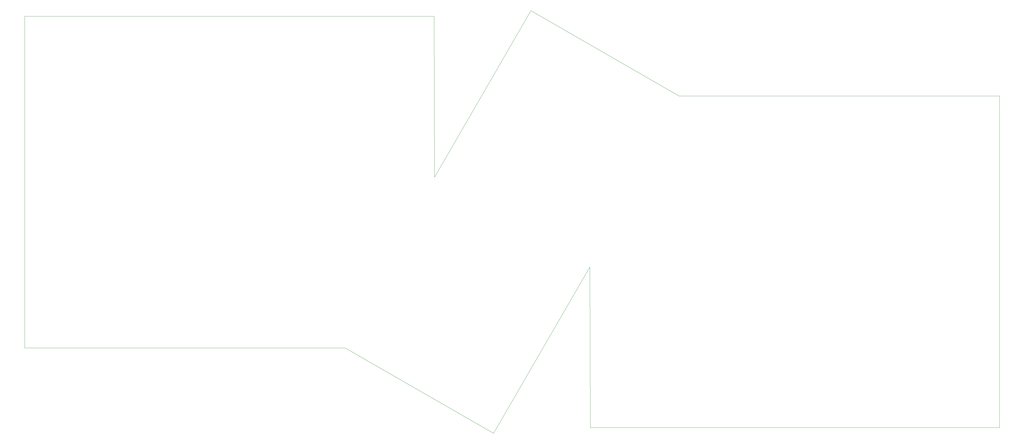
<source format=gm1>
%TF.GenerationSoftware,KiCad,Pcbnew,7.0.1*%
%TF.CreationDate,2023-09-24T18:49:58+08:00*%
%TF.ProjectId,split70kb,73706c69-7437-4306-9b62-2e6b69636164,rev?*%
%TF.SameCoordinates,Original*%
%TF.FileFunction,Profile,NP*%
%FSLAX46Y46*%
G04 Gerber Fmt 4.6, Leading zero omitted, Abs format (unit mm)*
G04 Created by KiCad (PCBNEW 7.0.1) date 2023-09-24 18:49:58*
%MOMM*%
%LPD*%
G01*
G04 APERTURE LIST*
%TA.AperFunction,Profile*%
%ADD10C,0.100000*%
%TD*%
G04 APERTURE END LIST*
D10*
X244099348Y-47714620D02*
X354547348Y-47720446D01*
X354547348Y-162176620D01*
X213497760Y-162196508D01*
X213330446Y-106676577D01*
X180160504Y-164128601D01*
X129065938Y-134648887D01*
X18617938Y-134643061D01*
X18617938Y-20186887D01*
X159667526Y-20166999D01*
X159834840Y-75686930D01*
X193004782Y-18234906D01*
X244099348Y-47714620D01*
M02*

</source>
